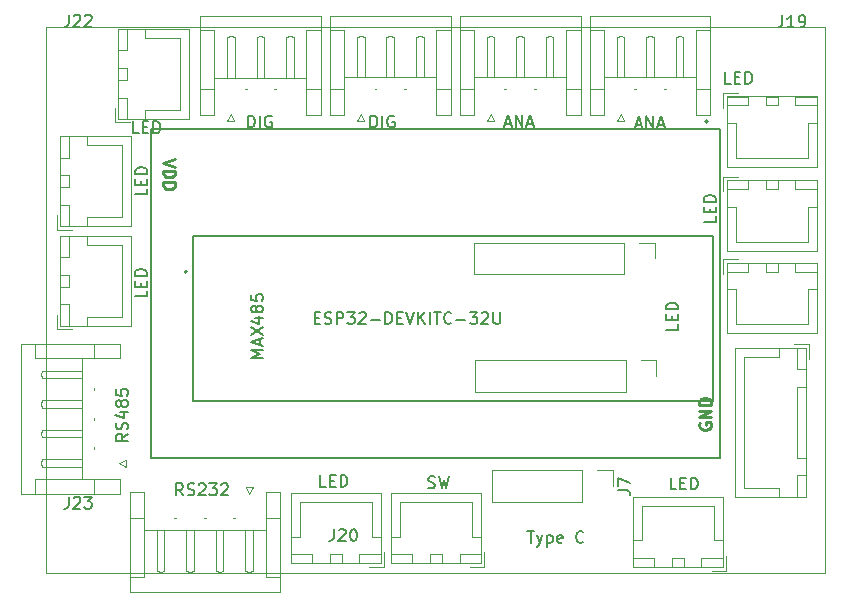
<source format=gto>
%TF.GenerationSoftware,KiCad,Pcbnew,8.0.4*%
%TF.CreationDate,2024-08-29T12:49:45+07:00*%
%TF.ProjectId,ESP32,45535033-322e-46b6-9963-61645f706362,rev?*%
%TF.SameCoordinates,Original*%
%TF.FileFunction,Legend,Top*%
%TF.FilePolarity,Positive*%
%FSLAX46Y46*%
G04 Gerber Fmt 4.6, Leading zero omitted, Abs format (unit mm)*
G04 Created by KiCad (PCBNEW 8.0.4) date 2024-08-29 12:49:45*
%MOMM*%
%LPD*%
G01*
G04 APERTURE LIST*
%ADD10C,0.100000*%
%ADD11C,0.250000*%
%ADD12C,0.150000*%
%ADD13C,0.120000*%
%ADD14C,0.127000*%
%ADD15C,0.200000*%
G04 APERTURE END LIST*
D10*
X34325000Y-61625000D02*
X34325000Y-107875000D01*
X100250000Y-61625000D02*
X100250000Y-107875000D01*
X34325000Y-107875000D02*
X100250000Y-107875000D01*
X34325000Y-61625000D02*
X100250000Y-61625000D01*
D11*
X89687238Y-95148622D02*
X89639619Y-95243860D01*
X89639619Y-95243860D02*
X89639619Y-95386717D01*
X89639619Y-95386717D02*
X89687238Y-95529574D01*
X89687238Y-95529574D02*
X89782476Y-95624812D01*
X89782476Y-95624812D02*
X89877714Y-95672431D01*
X89877714Y-95672431D02*
X90068190Y-95720050D01*
X90068190Y-95720050D02*
X90211047Y-95720050D01*
X90211047Y-95720050D02*
X90401523Y-95672431D01*
X90401523Y-95672431D02*
X90496761Y-95624812D01*
X90496761Y-95624812D02*
X90592000Y-95529574D01*
X90592000Y-95529574D02*
X90639619Y-95386717D01*
X90639619Y-95386717D02*
X90639619Y-95291479D01*
X90639619Y-95291479D02*
X90592000Y-95148622D01*
X90592000Y-95148622D02*
X90544380Y-95101003D01*
X90544380Y-95101003D02*
X90211047Y-95101003D01*
X90211047Y-95101003D02*
X90211047Y-95291479D01*
X90639619Y-94672431D02*
X89639619Y-94672431D01*
X89639619Y-94672431D02*
X90639619Y-94101003D01*
X90639619Y-94101003D02*
X89639619Y-94101003D01*
X90639619Y-93624812D02*
X89639619Y-93624812D01*
X89639619Y-93624812D02*
X89639619Y-93386717D01*
X89639619Y-93386717D02*
X89687238Y-93243860D01*
X89687238Y-93243860D02*
X89782476Y-93148622D01*
X89782476Y-93148622D02*
X89877714Y-93101003D01*
X89877714Y-93101003D02*
X90068190Y-93053384D01*
X90068190Y-93053384D02*
X90211047Y-93053384D01*
X90211047Y-93053384D02*
X90401523Y-93101003D01*
X90401523Y-93101003D02*
X90496761Y-93148622D01*
X90496761Y-93148622D02*
X90592000Y-93243860D01*
X90592000Y-93243860D02*
X90639619Y-93386717D01*
X90639619Y-93386717D02*
X90639619Y-93624812D01*
X45260380Y-72784711D02*
X44260380Y-73118044D01*
X44260380Y-73118044D02*
X45260380Y-73451377D01*
X44260380Y-73784711D02*
X45260380Y-73784711D01*
X45260380Y-73784711D02*
X45260380Y-74022806D01*
X45260380Y-74022806D02*
X45212761Y-74165663D01*
X45212761Y-74165663D02*
X45117523Y-74260901D01*
X45117523Y-74260901D02*
X45022285Y-74308520D01*
X45022285Y-74308520D02*
X44831809Y-74356139D01*
X44831809Y-74356139D02*
X44688952Y-74356139D01*
X44688952Y-74356139D02*
X44498476Y-74308520D01*
X44498476Y-74308520D02*
X44403238Y-74260901D01*
X44403238Y-74260901D02*
X44308000Y-74165663D01*
X44308000Y-74165663D02*
X44260380Y-74022806D01*
X44260380Y-74022806D02*
X44260380Y-73784711D01*
X44260380Y-74784711D02*
X45260380Y-74784711D01*
X45260380Y-74784711D02*
X45260380Y-75022806D01*
X45260380Y-75022806D02*
X45212761Y-75165663D01*
X45212761Y-75165663D02*
X45117523Y-75260901D01*
X45117523Y-75260901D02*
X45022285Y-75308520D01*
X45022285Y-75308520D02*
X44831809Y-75356139D01*
X44831809Y-75356139D02*
X44688952Y-75356139D01*
X44688952Y-75356139D02*
X44498476Y-75308520D01*
X44498476Y-75308520D02*
X44403238Y-75260901D01*
X44403238Y-75260901D02*
X44308000Y-75165663D01*
X44308000Y-75165663D02*
X44260380Y-75022806D01*
X44260380Y-75022806D02*
X44260380Y-74784711D01*
D12*
X82784819Y-100833333D02*
X83499104Y-100833333D01*
X83499104Y-100833333D02*
X83641961Y-100880952D01*
X83641961Y-100880952D02*
X83737200Y-100976190D01*
X83737200Y-100976190D02*
X83784819Y-101119047D01*
X83784819Y-101119047D02*
X83784819Y-101214285D01*
X82784819Y-100452380D02*
X82784819Y-99785714D01*
X82784819Y-99785714D02*
X83784819Y-100214285D01*
X75071428Y-104304819D02*
X75642856Y-104304819D01*
X75357142Y-105304819D02*
X75357142Y-104304819D01*
X75880952Y-104638152D02*
X76119047Y-105304819D01*
X76357142Y-104638152D02*
X76119047Y-105304819D01*
X76119047Y-105304819D02*
X76023809Y-105542914D01*
X76023809Y-105542914D02*
X75976190Y-105590533D01*
X75976190Y-105590533D02*
X75880952Y-105638152D01*
X76738095Y-104638152D02*
X76738095Y-105638152D01*
X76738095Y-104685771D02*
X76833333Y-104638152D01*
X76833333Y-104638152D02*
X77023809Y-104638152D01*
X77023809Y-104638152D02*
X77119047Y-104685771D01*
X77119047Y-104685771D02*
X77166666Y-104733390D01*
X77166666Y-104733390D02*
X77214285Y-104828628D01*
X77214285Y-104828628D02*
X77214285Y-105114342D01*
X77214285Y-105114342D02*
X77166666Y-105209580D01*
X77166666Y-105209580D02*
X77119047Y-105257200D01*
X77119047Y-105257200D02*
X77023809Y-105304819D01*
X77023809Y-105304819D02*
X76833333Y-105304819D01*
X76833333Y-105304819D02*
X76738095Y-105257200D01*
X78023809Y-105257200D02*
X77928571Y-105304819D01*
X77928571Y-105304819D02*
X77738095Y-105304819D01*
X77738095Y-105304819D02*
X77642857Y-105257200D01*
X77642857Y-105257200D02*
X77595238Y-105161961D01*
X77595238Y-105161961D02*
X77595238Y-104781009D01*
X77595238Y-104781009D02*
X77642857Y-104685771D01*
X77642857Y-104685771D02*
X77738095Y-104638152D01*
X77738095Y-104638152D02*
X77928571Y-104638152D01*
X77928571Y-104638152D02*
X78023809Y-104685771D01*
X78023809Y-104685771D02*
X78071428Y-104781009D01*
X78071428Y-104781009D02*
X78071428Y-104876247D01*
X78071428Y-104876247D02*
X77595238Y-104971485D01*
X79833333Y-105209580D02*
X79785714Y-105257200D01*
X79785714Y-105257200D02*
X79642857Y-105304819D01*
X79642857Y-105304819D02*
X79547619Y-105304819D01*
X79547619Y-105304819D02*
X79404762Y-105257200D01*
X79404762Y-105257200D02*
X79309524Y-105161961D01*
X79309524Y-105161961D02*
X79261905Y-105066723D01*
X79261905Y-105066723D02*
X79214286Y-104876247D01*
X79214286Y-104876247D02*
X79214286Y-104733390D01*
X79214286Y-104733390D02*
X79261905Y-104542914D01*
X79261905Y-104542914D02*
X79309524Y-104447676D01*
X79309524Y-104447676D02*
X79404762Y-104352438D01*
X79404762Y-104352438D02*
X79547619Y-104304819D01*
X79547619Y-104304819D02*
X79642857Y-104304819D01*
X79642857Y-104304819D02*
X79785714Y-104352438D01*
X79785714Y-104352438D02*
X79833333Y-104400057D01*
X66692857Y-100632200D02*
X66835714Y-100679819D01*
X66835714Y-100679819D02*
X67073809Y-100679819D01*
X67073809Y-100679819D02*
X67169047Y-100632200D01*
X67169047Y-100632200D02*
X67216666Y-100584580D01*
X67216666Y-100584580D02*
X67264285Y-100489342D01*
X67264285Y-100489342D02*
X67264285Y-100394104D01*
X67264285Y-100394104D02*
X67216666Y-100298866D01*
X67216666Y-100298866D02*
X67169047Y-100251247D01*
X67169047Y-100251247D02*
X67073809Y-100203628D01*
X67073809Y-100203628D02*
X66883333Y-100156009D01*
X66883333Y-100156009D02*
X66788095Y-100108390D01*
X66788095Y-100108390D02*
X66740476Y-100060771D01*
X66740476Y-100060771D02*
X66692857Y-99965533D01*
X66692857Y-99965533D02*
X66692857Y-99870295D01*
X66692857Y-99870295D02*
X66740476Y-99775057D01*
X66740476Y-99775057D02*
X66788095Y-99727438D01*
X66788095Y-99727438D02*
X66883333Y-99679819D01*
X66883333Y-99679819D02*
X67121428Y-99679819D01*
X67121428Y-99679819D02*
X67264285Y-99727438D01*
X67597619Y-99679819D02*
X67835714Y-100679819D01*
X67835714Y-100679819D02*
X68026190Y-99965533D01*
X68026190Y-99965533D02*
X68216666Y-100679819D01*
X68216666Y-100679819D02*
X68454762Y-99679819D01*
X73184524Y-69819104D02*
X73660714Y-69819104D01*
X73089286Y-70104819D02*
X73422619Y-69104819D01*
X73422619Y-69104819D02*
X73755952Y-70104819D01*
X74089286Y-70104819D02*
X74089286Y-69104819D01*
X74089286Y-69104819D02*
X74660714Y-70104819D01*
X74660714Y-70104819D02*
X74660714Y-69104819D01*
X75089286Y-69819104D02*
X75565476Y-69819104D01*
X74994048Y-70104819D02*
X75327381Y-69104819D01*
X75327381Y-69104819D02*
X75660714Y-70104819D01*
X61800000Y-70129819D02*
X61800000Y-69129819D01*
X61800000Y-69129819D02*
X62038095Y-69129819D01*
X62038095Y-69129819D02*
X62180952Y-69177438D01*
X62180952Y-69177438D02*
X62276190Y-69272676D01*
X62276190Y-69272676D02*
X62323809Y-69367914D01*
X62323809Y-69367914D02*
X62371428Y-69558390D01*
X62371428Y-69558390D02*
X62371428Y-69701247D01*
X62371428Y-69701247D02*
X62323809Y-69891723D01*
X62323809Y-69891723D02*
X62276190Y-69986961D01*
X62276190Y-69986961D02*
X62180952Y-70082200D01*
X62180952Y-70082200D02*
X62038095Y-70129819D01*
X62038095Y-70129819D02*
X61800000Y-70129819D01*
X62800000Y-70129819D02*
X62800000Y-69129819D01*
X63799999Y-69177438D02*
X63704761Y-69129819D01*
X63704761Y-69129819D02*
X63561904Y-69129819D01*
X63561904Y-69129819D02*
X63419047Y-69177438D01*
X63419047Y-69177438D02*
X63323809Y-69272676D01*
X63323809Y-69272676D02*
X63276190Y-69367914D01*
X63276190Y-69367914D02*
X63228571Y-69558390D01*
X63228571Y-69558390D02*
X63228571Y-69701247D01*
X63228571Y-69701247D02*
X63276190Y-69891723D01*
X63276190Y-69891723D02*
X63323809Y-69986961D01*
X63323809Y-69986961D02*
X63419047Y-70082200D01*
X63419047Y-70082200D02*
X63561904Y-70129819D01*
X63561904Y-70129819D02*
X63657142Y-70129819D01*
X63657142Y-70129819D02*
X63799999Y-70082200D01*
X63799999Y-70082200D02*
X63847618Y-70034580D01*
X63847618Y-70034580D02*
X63847618Y-69701247D01*
X63847618Y-69701247D02*
X63657142Y-69701247D01*
X42182142Y-70629819D02*
X41705952Y-70629819D01*
X41705952Y-70629819D02*
X41705952Y-69629819D01*
X42515476Y-70106009D02*
X42848809Y-70106009D01*
X42991666Y-70629819D02*
X42515476Y-70629819D01*
X42515476Y-70629819D02*
X42515476Y-69629819D01*
X42515476Y-69629819D02*
X42991666Y-69629819D01*
X43420238Y-70629819D02*
X43420238Y-69629819D01*
X43420238Y-69629819D02*
X43658333Y-69629819D01*
X43658333Y-69629819D02*
X43801190Y-69677438D01*
X43801190Y-69677438D02*
X43896428Y-69772676D01*
X43896428Y-69772676D02*
X43944047Y-69867914D01*
X43944047Y-69867914D02*
X43991666Y-70058390D01*
X43991666Y-70058390D02*
X43991666Y-70201247D01*
X43991666Y-70201247D02*
X43944047Y-70391723D01*
X43944047Y-70391723D02*
X43896428Y-70486961D01*
X43896428Y-70486961D02*
X43801190Y-70582200D01*
X43801190Y-70582200D02*
X43658333Y-70629819D01*
X43658333Y-70629819D02*
X43420238Y-70629819D01*
X87829819Y-86767857D02*
X87829819Y-87244047D01*
X87829819Y-87244047D02*
X86829819Y-87244047D01*
X87306009Y-86434523D02*
X87306009Y-86101190D01*
X87829819Y-85958333D02*
X87829819Y-86434523D01*
X87829819Y-86434523D02*
X86829819Y-86434523D01*
X86829819Y-86434523D02*
X86829819Y-85958333D01*
X87829819Y-85529761D02*
X86829819Y-85529761D01*
X86829819Y-85529761D02*
X86829819Y-85291666D01*
X86829819Y-85291666D02*
X86877438Y-85148809D01*
X86877438Y-85148809D02*
X86972676Y-85053571D01*
X86972676Y-85053571D02*
X87067914Y-85005952D01*
X87067914Y-85005952D02*
X87258390Y-84958333D01*
X87258390Y-84958333D02*
X87401247Y-84958333D01*
X87401247Y-84958333D02*
X87591723Y-85005952D01*
X87591723Y-85005952D02*
X87686961Y-85053571D01*
X87686961Y-85053571D02*
X87782200Y-85148809D01*
X87782200Y-85148809D02*
X87829819Y-85291666D01*
X87829819Y-85291666D02*
X87829819Y-85529761D01*
X36240476Y-101404819D02*
X36240476Y-102119104D01*
X36240476Y-102119104D02*
X36192857Y-102261961D01*
X36192857Y-102261961D02*
X36097619Y-102357200D01*
X36097619Y-102357200D02*
X35954762Y-102404819D01*
X35954762Y-102404819D02*
X35859524Y-102404819D01*
X36669048Y-101500057D02*
X36716667Y-101452438D01*
X36716667Y-101452438D02*
X36811905Y-101404819D01*
X36811905Y-101404819D02*
X37050000Y-101404819D01*
X37050000Y-101404819D02*
X37145238Y-101452438D01*
X37145238Y-101452438D02*
X37192857Y-101500057D01*
X37192857Y-101500057D02*
X37240476Y-101595295D01*
X37240476Y-101595295D02*
X37240476Y-101690533D01*
X37240476Y-101690533D02*
X37192857Y-101833390D01*
X37192857Y-101833390D02*
X36621429Y-102404819D01*
X36621429Y-102404819D02*
X37240476Y-102404819D01*
X37573810Y-101404819D02*
X38192857Y-101404819D01*
X38192857Y-101404819D02*
X37859524Y-101785771D01*
X37859524Y-101785771D02*
X38002381Y-101785771D01*
X38002381Y-101785771D02*
X38097619Y-101833390D01*
X38097619Y-101833390D02*
X38145238Y-101881009D01*
X38145238Y-101881009D02*
X38192857Y-101976247D01*
X38192857Y-101976247D02*
X38192857Y-102214342D01*
X38192857Y-102214342D02*
X38145238Y-102309580D01*
X38145238Y-102309580D02*
X38097619Y-102357200D01*
X38097619Y-102357200D02*
X38002381Y-102404819D01*
X38002381Y-102404819D02*
X37716667Y-102404819D01*
X37716667Y-102404819D02*
X37621429Y-102357200D01*
X37621429Y-102357200D02*
X37573810Y-102309580D01*
X58690476Y-104154819D02*
X58690476Y-104869104D01*
X58690476Y-104869104D02*
X58642857Y-105011961D01*
X58642857Y-105011961D02*
X58547619Y-105107200D01*
X58547619Y-105107200D02*
X58404762Y-105154819D01*
X58404762Y-105154819D02*
X58309524Y-105154819D01*
X59119048Y-104250057D02*
X59166667Y-104202438D01*
X59166667Y-104202438D02*
X59261905Y-104154819D01*
X59261905Y-104154819D02*
X59500000Y-104154819D01*
X59500000Y-104154819D02*
X59595238Y-104202438D01*
X59595238Y-104202438D02*
X59642857Y-104250057D01*
X59642857Y-104250057D02*
X59690476Y-104345295D01*
X59690476Y-104345295D02*
X59690476Y-104440533D01*
X59690476Y-104440533D02*
X59642857Y-104583390D01*
X59642857Y-104583390D02*
X59071429Y-105154819D01*
X59071429Y-105154819D02*
X59690476Y-105154819D01*
X60309524Y-104154819D02*
X60404762Y-104154819D01*
X60404762Y-104154819D02*
X60500000Y-104202438D01*
X60500000Y-104202438D02*
X60547619Y-104250057D01*
X60547619Y-104250057D02*
X60595238Y-104345295D01*
X60595238Y-104345295D02*
X60642857Y-104535771D01*
X60642857Y-104535771D02*
X60642857Y-104773866D01*
X60642857Y-104773866D02*
X60595238Y-104964342D01*
X60595238Y-104964342D02*
X60547619Y-105059580D01*
X60547619Y-105059580D02*
X60500000Y-105107200D01*
X60500000Y-105107200D02*
X60404762Y-105154819D01*
X60404762Y-105154819D02*
X60309524Y-105154819D01*
X60309524Y-105154819D02*
X60214286Y-105107200D01*
X60214286Y-105107200D02*
X60166667Y-105059580D01*
X60166667Y-105059580D02*
X60119048Y-104964342D01*
X60119048Y-104964342D02*
X60071429Y-104773866D01*
X60071429Y-104773866D02*
X60071429Y-104535771D01*
X60071429Y-104535771D02*
X60119048Y-104345295D01*
X60119048Y-104345295D02*
X60166667Y-104250057D01*
X60166667Y-104250057D02*
X60214286Y-104202438D01*
X60214286Y-104202438D02*
X60309524Y-104154819D01*
X58032142Y-100554819D02*
X57555952Y-100554819D01*
X57555952Y-100554819D02*
X57555952Y-99554819D01*
X58365476Y-100031009D02*
X58698809Y-100031009D01*
X58841666Y-100554819D02*
X58365476Y-100554819D01*
X58365476Y-100554819D02*
X58365476Y-99554819D01*
X58365476Y-99554819D02*
X58841666Y-99554819D01*
X59270238Y-100554819D02*
X59270238Y-99554819D01*
X59270238Y-99554819D02*
X59508333Y-99554819D01*
X59508333Y-99554819D02*
X59651190Y-99602438D01*
X59651190Y-99602438D02*
X59746428Y-99697676D01*
X59746428Y-99697676D02*
X59794047Y-99792914D01*
X59794047Y-99792914D02*
X59841666Y-99983390D01*
X59841666Y-99983390D02*
X59841666Y-100126247D01*
X59841666Y-100126247D02*
X59794047Y-100316723D01*
X59794047Y-100316723D02*
X59746428Y-100411961D01*
X59746428Y-100411961D02*
X59651190Y-100507200D01*
X59651190Y-100507200D02*
X59508333Y-100554819D01*
X59508333Y-100554819D02*
X59270238Y-100554819D01*
X91029819Y-77667857D02*
X91029819Y-78144047D01*
X91029819Y-78144047D02*
X90029819Y-78144047D01*
X90506009Y-77334523D02*
X90506009Y-77001190D01*
X91029819Y-76858333D02*
X91029819Y-77334523D01*
X91029819Y-77334523D02*
X90029819Y-77334523D01*
X90029819Y-77334523D02*
X90029819Y-76858333D01*
X91029819Y-76429761D02*
X90029819Y-76429761D01*
X90029819Y-76429761D02*
X90029819Y-76191666D01*
X90029819Y-76191666D02*
X90077438Y-76048809D01*
X90077438Y-76048809D02*
X90172676Y-75953571D01*
X90172676Y-75953571D02*
X90267914Y-75905952D01*
X90267914Y-75905952D02*
X90458390Y-75858333D01*
X90458390Y-75858333D02*
X90601247Y-75858333D01*
X90601247Y-75858333D02*
X90791723Y-75905952D01*
X90791723Y-75905952D02*
X90886961Y-75953571D01*
X90886961Y-75953571D02*
X90982200Y-76048809D01*
X90982200Y-76048809D02*
X91029819Y-76191666D01*
X91029819Y-76191666D02*
X91029819Y-76429761D01*
X51425000Y-70129819D02*
X51425000Y-69129819D01*
X51425000Y-69129819D02*
X51663095Y-69129819D01*
X51663095Y-69129819D02*
X51805952Y-69177438D01*
X51805952Y-69177438D02*
X51901190Y-69272676D01*
X51901190Y-69272676D02*
X51948809Y-69367914D01*
X51948809Y-69367914D02*
X51996428Y-69558390D01*
X51996428Y-69558390D02*
X51996428Y-69701247D01*
X51996428Y-69701247D02*
X51948809Y-69891723D01*
X51948809Y-69891723D02*
X51901190Y-69986961D01*
X51901190Y-69986961D02*
X51805952Y-70082200D01*
X51805952Y-70082200D02*
X51663095Y-70129819D01*
X51663095Y-70129819D02*
X51425000Y-70129819D01*
X52425000Y-70129819D02*
X52425000Y-69129819D01*
X53424999Y-69177438D02*
X53329761Y-69129819D01*
X53329761Y-69129819D02*
X53186904Y-69129819D01*
X53186904Y-69129819D02*
X53044047Y-69177438D01*
X53044047Y-69177438D02*
X52948809Y-69272676D01*
X52948809Y-69272676D02*
X52901190Y-69367914D01*
X52901190Y-69367914D02*
X52853571Y-69558390D01*
X52853571Y-69558390D02*
X52853571Y-69701247D01*
X52853571Y-69701247D02*
X52901190Y-69891723D01*
X52901190Y-69891723D02*
X52948809Y-69986961D01*
X52948809Y-69986961D02*
X53044047Y-70082200D01*
X53044047Y-70082200D02*
X53186904Y-70129819D01*
X53186904Y-70129819D02*
X53282142Y-70129819D01*
X53282142Y-70129819D02*
X53424999Y-70082200D01*
X53424999Y-70082200D02*
X53472618Y-70034580D01*
X53472618Y-70034580D02*
X53472618Y-69701247D01*
X53472618Y-69701247D02*
X53282142Y-69701247D01*
X92307142Y-66429819D02*
X91830952Y-66429819D01*
X91830952Y-66429819D02*
X91830952Y-65429819D01*
X92640476Y-65906009D02*
X92973809Y-65906009D01*
X93116666Y-66429819D02*
X92640476Y-66429819D01*
X92640476Y-66429819D02*
X92640476Y-65429819D01*
X92640476Y-65429819D02*
X93116666Y-65429819D01*
X93545238Y-66429819D02*
X93545238Y-65429819D01*
X93545238Y-65429819D02*
X93783333Y-65429819D01*
X93783333Y-65429819D02*
X93926190Y-65477438D01*
X93926190Y-65477438D02*
X94021428Y-65572676D01*
X94021428Y-65572676D02*
X94069047Y-65667914D01*
X94069047Y-65667914D02*
X94116666Y-65858390D01*
X94116666Y-65858390D02*
X94116666Y-66001247D01*
X94116666Y-66001247D02*
X94069047Y-66191723D01*
X94069047Y-66191723D02*
X94021428Y-66286961D01*
X94021428Y-66286961D02*
X93926190Y-66382200D01*
X93926190Y-66382200D02*
X93783333Y-66429819D01*
X93783333Y-66429819D02*
X93545238Y-66429819D01*
X42904819Y-75317857D02*
X42904819Y-75794047D01*
X42904819Y-75794047D02*
X41904819Y-75794047D01*
X42381009Y-74984523D02*
X42381009Y-74651190D01*
X42904819Y-74508333D02*
X42904819Y-74984523D01*
X42904819Y-74984523D02*
X41904819Y-74984523D01*
X41904819Y-74984523D02*
X41904819Y-74508333D01*
X42904819Y-74079761D02*
X41904819Y-74079761D01*
X41904819Y-74079761D02*
X41904819Y-73841666D01*
X41904819Y-73841666D02*
X41952438Y-73698809D01*
X41952438Y-73698809D02*
X42047676Y-73603571D01*
X42047676Y-73603571D02*
X42142914Y-73555952D01*
X42142914Y-73555952D02*
X42333390Y-73508333D01*
X42333390Y-73508333D02*
X42476247Y-73508333D01*
X42476247Y-73508333D02*
X42666723Y-73555952D01*
X42666723Y-73555952D02*
X42761961Y-73603571D01*
X42761961Y-73603571D02*
X42857200Y-73698809D01*
X42857200Y-73698809D02*
X42904819Y-73841666D01*
X42904819Y-73841666D02*
X42904819Y-74079761D01*
X87682142Y-100779819D02*
X87205952Y-100779819D01*
X87205952Y-100779819D02*
X87205952Y-99779819D01*
X88015476Y-100256009D02*
X88348809Y-100256009D01*
X88491666Y-100779819D02*
X88015476Y-100779819D01*
X88015476Y-100779819D02*
X88015476Y-99779819D01*
X88015476Y-99779819D02*
X88491666Y-99779819D01*
X88920238Y-100779819D02*
X88920238Y-99779819D01*
X88920238Y-99779819D02*
X89158333Y-99779819D01*
X89158333Y-99779819D02*
X89301190Y-99827438D01*
X89301190Y-99827438D02*
X89396428Y-99922676D01*
X89396428Y-99922676D02*
X89444047Y-100017914D01*
X89444047Y-100017914D02*
X89491666Y-100208390D01*
X89491666Y-100208390D02*
X89491666Y-100351247D01*
X89491666Y-100351247D02*
X89444047Y-100541723D01*
X89444047Y-100541723D02*
X89396428Y-100636961D01*
X89396428Y-100636961D02*
X89301190Y-100732200D01*
X89301190Y-100732200D02*
X89158333Y-100779819D01*
X89158333Y-100779819D02*
X88920238Y-100779819D01*
X57067857Y-86256009D02*
X57401190Y-86256009D01*
X57544047Y-86779819D02*
X57067857Y-86779819D01*
X57067857Y-86779819D02*
X57067857Y-85779819D01*
X57067857Y-85779819D02*
X57544047Y-85779819D01*
X57925000Y-86732200D02*
X58067857Y-86779819D01*
X58067857Y-86779819D02*
X58305952Y-86779819D01*
X58305952Y-86779819D02*
X58401190Y-86732200D01*
X58401190Y-86732200D02*
X58448809Y-86684580D01*
X58448809Y-86684580D02*
X58496428Y-86589342D01*
X58496428Y-86589342D02*
X58496428Y-86494104D01*
X58496428Y-86494104D02*
X58448809Y-86398866D01*
X58448809Y-86398866D02*
X58401190Y-86351247D01*
X58401190Y-86351247D02*
X58305952Y-86303628D01*
X58305952Y-86303628D02*
X58115476Y-86256009D01*
X58115476Y-86256009D02*
X58020238Y-86208390D01*
X58020238Y-86208390D02*
X57972619Y-86160771D01*
X57972619Y-86160771D02*
X57925000Y-86065533D01*
X57925000Y-86065533D02*
X57925000Y-85970295D01*
X57925000Y-85970295D02*
X57972619Y-85875057D01*
X57972619Y-85875057D02*
X58020238Y-85827438D01*
X58020238Y-85827438D02*
X58115476Y-85779819D01*
X58115476Y-85779819D02*
X58353571Y-85779819D01*
X58353571Y-85779819D02*
X58496428Y-85827438D01*
X58925000Y-86779819D02*
X58925000Y-85779819D01*
X58925000Y-85779819D02*
X59305952Y-85779819D01*
X59305952Y-85779819D02*
X59401190Y-85827438D01*
X59401190Y-85827438D02*
X59448809Y-85875057D01*
X59448809Y-85875057D02*
X59496428Y-85970295D01*
X59496428Y-85970295D02*
X59496428Y-86113152D01*
X59496428Y-86113152D02*
X59448809Y-86208390D01*
X59448809Y-86208390D02*
X59401190Y-86256009D01*
X59401190Y-86256009D02*
X59305952Y-86303628D01*
X59305952Y-86303628D02*
X58925000Y-86303628D01*
X59829762Y-85779819D02*
X60448809Y-85779819D01*
X60448809Y-85779819D02*
X60115476Y-86160771D01*
X60115476Y-86160771D02*
X60258333Y-86160771D01*
X60258333Y-86160771D02*
X60353571Y-86208390D01*
X60353571Y-86208390D02*
X60401190Y-86256009D01*
X60401190Y-86256009D02*
X60448809Y-86351247D01*
X60448809Y-86351247D02*
X60448809Y-86589342D01*
X60448809Y-86589342D02*
X60401190Y-86684580D01*
X60401190Y-86684580D02*
X60353571Y-86732200D01*
X60353571Y-86732200D02*
X60258333Y-86779819D01*
X60258333Y-86779819D02*
X59972619Y-86779819D01*
X59972619Y-86779819D02*
X59877381Y-86732200D01*
X59877381Y-86732200D02*
X59829762Y-86684580D01*
X60829762Y-85875057D02*
X60877381Y-85827438D01*
X60877381Y-85827438D02*
X60972619Y-85779819D01*
X60972619Y-85779819D02*
X61210714Y-85779819D01*
X61210714Y-85779819D02*
X61305952Y-85827438D01*
X61305952Y-85827438D02*
X61353571Y-85875057D01*
X61353571Y-85875057D02*
X61401190Y-85970295D01*
X61401190Y-85970295D02*
X61401190Y-86065533D01*
X61401190Y-86065533D02*
X61353571Y-86208390D01*
X61353571Y-86208390D02*
X60782143Y-86779819D01*
X60782143Y-86779819D02*
X61401190Y-86779819D01*
X61829762Y-86398866D02*
X62591667Y-86398866D01*
X63067857Y-86779819D02*
X63067857Y-85779819D01*
X63067857Y-85779819D02*
X63305952Y-85779819D01*
X63305952Y-85779819D02*
X63448809Y-85827438D01*
X63448809Y-85827438D02*
X63544047Y-85922676D01*
X63544047Y-85922676D02*
X63591666Y-86017914D01*
X63591666Y-86017914D02*
X63639285Y-86208390D01*
X63639285Y-86208390D02*
X63639285Y-86351247D01*
X63639285Y-86351247D02*
X63591666Y-86541723D01*
X63591666Y-86541723D02*
X63544047Y-86636961D01*
X63544047Y-86636961D02*
X63448809Y-86732200D01*
X63448809Y-86732200D02*
X63305952Y-86779819D01*
X63305952Y-86779819D02*
X63067857Y-86779819D01*
X64067857Y-86256009D02*
X64401190Y-86256009D01*
X64544047Y-86779819D02*
X64067857Y-86779819D01*
X64067857Y-86779819D02*
X64067857Y-85779819D01*
X64067857Y-85779819D02*
X64544047Y-85779819D01*
X64829762Y-85779819D02*
X65163095Y-86779819D01*
X65163095Y-86779819D02*
X65496428Y-85779819D01*
X65829762Y-86779819D02*
X65829762Y-85779819D01*
X66401190Y-86779819D02*
X65972619Y-86208390D01*
X66401190Y-85779819D02*
X65829762Y-86351247D01*
X66829762Y-86779819D02*
X66829762Y-85779819D01*
X67163095Y-85779819D02*
X67734523Y-85779819D01*
X67448809Y-86779819D02*
X67448809Y-85779819D01*
X68639285Y-86684580D02*
X68591666Y-86732200D01*
X68591666Y-86732200D02*
X68448809Y-86779819D01*
X68448809Y-86779819D02*
X68353571Y-86779819D01*
X68353571Y-86779819D02*
X68210714Y-86732200D01*
X68210714Y-86732200D02*
X68115476Y-86636961D01*
X68115476Y-86636961D02*
X68067857Y-86541723D01*
X68067857Y-86541723D02*
X68020238Y-86351247D01*
X68020238Y-86351247D02*
X68020238Y-86208390D01*
X68020238Y-86208390D02*
X68067857Y-86017914D01*
X68067857Y-86017914D02*
X68115476Y-85922676D01*
X68115476Y-85922676D02*
X68210714Y-85827438D01*
X68210714Y-85827438D02*
X68353571Y-85779819D01*
X68353571Y-85779819D02*
X68448809Y-85779819D01*
X68448809Y-85779819D02*
X68591666Y-85827438D01*
X68591666Y-85827438D02*
X68639285Y-85875057D01*
X69067857Y-86398866D02*
X69829762Y-86398866D01*
X70210714Y-85779819D02*
X70829761Y-85779819D01*
X70829761Y-85779819D02*
X70496428Y-86160771D01*
X70496428Y-86160771D02*
X70639285Y-86160771D01*
X70639285Y-86160771D02*
X70734523Y-86208390D01*
X70734523Y-86208390D02*
X70782142Y-86256009D01*
X70782142Y-86256009D02*
X70829761Y-86351247D01*
X70829761Y-86351247D02*
X70829761Y-86589342D01*
X70829761Y-86589342D02*
X70782142Y-86684580D01*
X70782142Y-86684580D02*
X70734523Y-86732200D01*
X70734523Y-86732200D02*
X70639285Y-86779819D01*
X70639285Y-86779819D02*
X70353571Y-86779819D01*
X70353571Y-86779819D02*
X70258333Y-86732200D01*
X70258333Y-86732200D02*
X70210714Y-86684580D01*
X71210714Y-85875057D02*
X71258333Y-85827438D01*
X71258333Y-85827438D02*
X71353571Y-85779819D01*
X71353571Y-85779819D02*
X71591666Y-85779819D01*
X71591666Y-85779819D02*
X71686904Y-85827438D01*
X71686904Y-85827438D02*
X71734523Y-85875057D01*
X71734523Y-85875057D02*
X71782142Y-85970295D01*
X71782142Y-85970295D02*
X71782142Y-86065533D01*
X71782142Y-86065533D02*
X71734523Y-86208390D01*
X71734523Y-86208390D02*
X71163095Y-86779819D01*
X71163095Y-86779819D02*
X71782142Y-86779819D01*
X72210714Y-85779819D02*
X72210714Y-86589342D01*
X72210714Y-86589342D02*
X72258333Y-86684580D01*
X72258333Y-86684580D02*
X72305952Y-86732200D01*
X72305952Y-86732200D02*
X72401190Y-86779819D01*
X72401190Y-86779819D02*
X72591666Y-86779819D01*
X72591666Y-86779819D02*
X72686904Y-86732200D01*
X72686904Y-86732200D02*
X72734523Y-86684580D01*
X72734523Y-86684580D02*
X72782142Y-86589342D01*
X72782142Y-86589342D02*
X72782142Y-85779819D01*
X45929761Y-101279819D02*
X45596428Y-100803628D01*
X45358333Y-101279819D02*
X45358333Y-100279819D01*
X45358333Y-100279819D02*
X45739285Y-100279819D01*
X45739285Y-100279819D02*
X45834523Y-100327438D01*
X45834523Y-100327438D02*
X45882142Y-100375057D01*
X45882142Y-100375057D02*
X45929761Y-100470295D01*
X45929761Y-100470295D02*
X45929761Y-100613152D01*
X45929761Y-100613152D02*
X45882142Y-100708390D01*
X45882142Y-100708390D02*
X45834523Y-100756009D01*
X45834523Y-100756009D02*
X45739285Y-100803628D01*
X45739285Y-100803628D02*
X45358333Y-100803628D01*
X46310714Y-101232200D02*
X46453571Y-101279819D01*
X46453571Y-101279819D02*
X46691666Y-101279819D01*
X46691666Y-101279819D02*
X46786904Y-101232200D01*
X46786904Y-101232200D02*
X46834523Y-101184580D01*
X46834523Y-101184580D02*
X46882142Y-101089342D01*
X46882142Y-101089342D02*
X46882142Y-100994104D01*
X46882142Y-100994104D02*
X46834523Y-100898866D01*
X46834523Y-100898866D02*
X46786904Y-100851247D01*
X46786904Y-100851247D02*
X46691666Y-100803628D01*
X46691666Y-100803628D02*
X46501190Y-100756009D01*
X46501190Y-100756009D02*
X46405952Y-100708390D01*
X46405952Y-100708390D02*
X46358333Y-100660771D01*
X46358333Y-100660771D02*
X46310714Y-100565533D01*
X46310714Y-100565533D02*
X46310714Y-100470295D01*
X46310714Y-100470295D02*
X46358333Y-100375057D01*
X46358333Y-100375057D02*
X46405952Y-100327438D01*
X46405952Y-100327438D02*
X46501190Y-100279819D01*
X46501190Y-100279819D02*
X46739285Y-100279819D01*
X46739285Y-100279819D02*
X46882142Y-100327438D01*
X47263095Y-100375057D02*
X47310714Y-100327438D01*
X47310714Y-100327438D02*
X47405952Y-100279819D01*
X47405952Y-100279819D02*
X47644047Y-100279819D01*
X47644047Y-100279819D02*
X47739285Y-100327438D01*
X47739285Y-100327438D02*
X47786904Y-100375057D01*
X47786904Y-100375057D02*
X47834523Y-100470295D01*
X47834523Y-100470295D02*
X47834523Y-100565533D01*
X47834523Y-100565533D02*
X47786904Y-100708390D01*
X47786904Y-100708390D02*
X47215476Y-101279819D01*
X47215476Y-101279819D02*
X47834523Y-101279819D01*
X48167857Y-100279819D02*
X48786904Y-100279819D01*
X48786904Y-100279819D02*
X48453571Y-100660771D01*
X48453571Y-100660771D02*
X48596428Y-100660771D01*
X48596428Y-100660771D02*
X48691666Y-100708390D01*
X48691666Y-100708390D02*
X48739285Y-100756009D01*
X48739285Y-100756009D02*
X48786904Y-100851247D01*
X48786904Y-100851247D02*
X48786904Y-101089342D01*
X48786904Y-101089342D02*
X48739285Y-101184580D01*
X48739285Y-101184580D02*
X48691666Y-101232200D01*
X48691666Y-101232200D02*
X48596428Y-101279819D01*
X48596428Y-101279819D02*
X48310714Y-101279819D01*
X48310714Y-101279819D02*
X48215476Y-101232200D01*
X48215476Y-101232200D02*
X48167857Y-101184580D01*
X49167857Y-100375057D02*
X49215476Y-100327438D01*
X49215476Y-100327438D02*
X49310714Y-100279819D01*
X49310714Y-100279819D02*
X49548809Y-100279819D01*
X49548809Y-100279819D02*
X49644047Y-100327438D01*
X49644047Y-100327438D02*
X49691666Y-100375057D01*
X49691666Y-100375057D02*
X49739285Y-100470295D01*
X49739285Y-100470295D02*
X49739285Y-100565533D01*
X49739285Y-100565533D02*
X49691666Y-100708390D01*
X49691666Y-100708390D02*
X49120238Y-101279819D01*
X49120238Y-101279819D02*
X49739285Y-101279819D01*
X41254819Y-96070238D02*
X40778628Y-96403571D01*
X41254819Y-96641666D02*
X40254819Y-96641666D01*
X40254819Y-96641666D02*
X40254819Y-96260714D01*
X40254819Y-96260714D02*
X40302438Y-96165476D01*
X40302438Y-96165476D02*
X40350057Y-96117857D01*
X40350057Y-96117857D02*
X40445295Y-96070238D01*
X40445295Y-96070238D02*
X40588152Y-96070238D01*
X40588152Y-96070238D02*
X40683390Y-96117857D01*
X40683390Y-96117857D02*
X40731009Y-96165476D01*
X40731009Y-96165476D02*
X40778628Y-96260714D01*
X40778628Y-96260714D02*
X40778628Y-96641666D01*
X41207200Y-95689285D02*
X41254819Y-95546428D01*
X41254819Y-95546428D02*
X41254819Y-95308333D01*
X41254819Y-95308333D02*
X41207200Y-95213095D01*
X41207200Y-95213095D02*
X41159580Y-95165476D01*
X41159580Y-95165476D02*
X41064342Y-95117857D01*
X41064342Y-95117857D02*
X40969104Y-95117857D01*
X40969104Y-95117857D02*
X40873866Y-95165476D01*
X40873866Y-95165476D02*
X40826247Y-95213095D01*
X40826247Y-95213095D02*
X40778628Y-95308333D01*
X40778628Y-95308333D02*
X40731009Y-95498809D01*
X40731009Y-95498809D02*
X40683390Y-95594047D01*
X40683390Y-95594047D02*
X40635771Y-95641666D01*
X40635771Y-95641666D02*
X40540533Y-95689285D01*
X40540533Y-95689285D02*
X40445295Y-95689285D01*
X40445295Y-95689285D02*
X40350057Y-95641666D01*
X40350057Y-95641666D02*
X40302438Y-95594047D01*
X40302438Y-95594047D02*
X40254819Y-95498809D01*
X40254819Y-95498809D02*
X40254819Y-95260714D01*
X40254819Y-95260714D02*
X40302438Y-95117857D01*
X40588152Y-94260714D02*
X41254819Y-94260714D01*
X40207200Y-94498809D02*
X40921485Y-94736904D01*
X40921485Y-94736904D02*
X40921485Y-94117857D01*
X40683390Y-93594047D02*
X40635771Y-93689285D01*
X40635771Y-93689285D02*
X40588152Y-93736904D01*
X40588152Y-93736904D02*
X40492914Y-93784523D01*
X40492914Y-93784523D02*
X40445295Y-93784523D01*
X40445295Y-93784523D02*
X40350057Y-93736904D01*
X40350057Y-93736904D02*
X40302438Y-93689285D01*
X40302438Y-93689285D02*
X40254819Y-93594047D01*
X40254819Y-93594047D02*
X40254819Y-93403571D01*
X40254819Y-93403571D02*
X40302438Y-93308333D01*
X40302438Y-93308333D02*
X40350057Y-93260714D01*
X40350057Y-93260714D02*
X40445295Y-93213095D01*
X40445295Y-93213095D02*
X40492914Y-93213095D01*
X40492914Y-93213095D02*
X40588152Y-93260714D01*
X40588152Y-93260714D02*
X40635771Y-93308333D01*
X40635771Y-93308333D02*
X40683390Y-93403571D01*
X40683390Y-93403571D02*
X40683390Y-93594047D01*
X40683390Y-93594047D02*
X40731009Y-93689285D01*
X40731009Y-93689285D02*
X40778628Y-93736904D01*
X40778628Y-93736904D02*
X40873866Y-93784523D01*
X40873866Y-93784523D02*
X41064342Y-93784523D01*
X41064342Y-93784523D02*
X41159580Y-93736904D01*
X41159580Y-93736904D02*
X41207200Y-93689285D01*
X41207200Y-93689285D02*
X41254819Y-93594047D01*
X41254819Y-93594047D02*
X41254819Y-93403571D01*
X41254819Y-93403571D02*
X41207200Y-93308333D01*
X41207200Y-93308333D02*
X41159580Y-93260714D01*
X41159580Y-93260714D02*
X41064342Y-93213095D01*
X41064342Y-93213095D02*
X40873866Y-93213095D01*
X40873866Y-93213095D02*
X40778628Y-93260714D01*
X40778628Y-93260714D02*
X40731009Y-93308333D01*
X40731009Y-93308333D02*
X40683390Y-93403571D01*
X40254819Y-92308333D02*
X40254819Y-92784523D01*
X40254819Y-92784523D02*
X40731009Y-92832142D01*
X40731009Y-92832142D02*
X40683390Y-92784523D01*
X40683390Y-92784523D02*
X40635771Y-92689285D01*
X40635771Y-92689285D02*
X40635771Y-92451190D01*
X40635771Y-92451190D02*
X40683390Y-92355952D01*
X40683390Y-92355952D02*
X40731009Y-92308333D01*
X40731009Y-92308333D02*
X40826247Y-92260714D01*
X40826247Y-92260714D02*
X41064342Y-92260714D01*
X41064342Y-92260714D02*
X41159580Y-92308333D01*
X41159580Y-92308333D02*
X41207200Y-92355952D01*
X41207200Y-92355952D02*
X41254819Y-92451190D01*
X41254819Y-92451190D02*
X41254819Y-92689285D01*
X41254819Y-92689285D02*
X41207200Y-92784523D01*
X41207200Y-92784523D02*
X41159580Y-92832142D01*
X42854819Y-83942857D02*
X42854819Y-84419047D01*
X42854819Y-84419047D02*
X41854819Y-84419047D01*
X42331009Y-83609523D02*
X42331009Y-83276190D01*
X42854819Y-83133333D02*
X42854819Y-83609523D01*
X42854819Y-83609523D02*
X41854819Y-83609523D01*
X41854819Y-83609523D02*
X41854819Y-83133333D01*
X42854819Y-82704761D02*
X41854819Y-82704761D01*
X41854819Y-82704761D02*
X41854819Y-82466666D01*
X41854819Y-82466666D02*
X41902438Y-82323809D01*
X41902438Y-82323809D02*
X41997676Y-82228571D01*
X41997676Y-82228571D02*
X42092914Y-82180952D01*
X42092914Y-82180952D02*
X42283390Y-82133333D01*
X42283390Y-82133333D02*
X42426247Y-82133333D01*
X42426247Y-82133333D02*
X42616723Y-82180952D01*
X42616723Y-82180952D02*
X42711961Y-82228571D01*
X42711961Y-82228571D02*
X42807200Y-82323809D01*
X42807200Y-82323809D02*
X42854819Y-82466666D01*
X42854819Y-82466666D02*
X42854819Y-82704761D01*
X52704819Y-89641666D02*
X51704819Y-89641666D01*
X51704819Y-89641666D02*
X52419104Y-89308333D01*
X52419104Y-89308333D02*
X51704819Y-88975000D01*
X51704819Y-88975000D02*
X52704819Y-88975000D01*
X52419104Y-88546428D02*
X52419104Y-88070238D01*
X52704819Y-88641666D02*
X51704819Y-88308333D01*
X51704819Y-88308333D02*
X52704819Y-87975000D01*
X51704819Y-87736904D02*
X52704819Y-87070238D01*
X51704819Y-87070238D02*
X52704819Y-87736904D01*
X52038152Y-86260714D02*
X52704819Y-86260714D01*
X51657200Y-86498809D02*
X52371485Y-86736904D01*
X52371485Y-86736904D02*
X52371485Y-86117857D01*
X52133390Y-85594047D02*
X52085771Y-85689285D01*
X52085771Y-85689285D02*
X52038152Y-85736904D01*
X52038152Y-85736904D02*
X51942914Y-85784523D01*
X51942914Y-85784523D02*
X51895295Y-85784523D01*
X51895295Y-85784523D02*
X51800057Y-85736904D01*
X51800057Y-85736904D02*
X51752438Y-85689285D01*
X51752438Y-85689285D02*
X51704819Y-85594047D01*
X51704819Y-85594047D02*
X51704819Y-85403571D01*
X51704819Y-85403571D02*
X51752438Y-85308333D01*
X51752438Y-85308333D02*
X51800057Y-85260714D01*
X51800057Y-85260714D02*
X51895295Y-85213095D01*
X51895295Y-85213095D02*
X51942914Y-85213095D01*
X51942914Y-85213095D02*
X52038152Y-85260714D01*
X52038152Y-85260714D02*
X52085771Y-85308333D01*
X52085771Y-85308333D02*
X52133390Y-85403571D01*
X52133390Y-85403571D02*
X52133390Y-85594047D01*
X52133390Y-85594047D02*
X52181009Y-85689285D01*
X52181009Y-85689285D02*
X52228628Y-85736904D01*
X52228628Y-85736904D02*
X52323866Y-85784523D01*
X52323866Y-85784523D02*
X52514342Y-85784523D01*
X52514342Y-85784523D02*
X52609580Y-85736904D01*
X52609580Y-85736904D02*
X52657200Y-85689285D01*
X52657200Y-85689285D02*
X52704819Y-85594047D01*
X52704819Y-85594047D02*
X52704819Y-85403571D01*
X52704819Y-85403571D02*
X52657200Y-85308333D01*
X52657200Y-85308333D02*
X52609580Y-85260714D01*
X52609580Y-85260714D02*
X52514342Y-85213095D01*
X52514342Y-85213095D02*
X52323866Y-85213095D01*
X52323866Y-85213095D02*
X52228628Y-85260714D01*
X52228628Y-85260714D02*
X52181009Y-85308333D01*
X52181009Y-85308333D02*
X52133390Y-85403571D01*
X51704819Y-84308333D02*
X51704819Y-84784523D01*
X51704819Y-84784523D02*
X52181009Y-84832142D01*
X52181009Y-84832142D02*
X52133390Y-84784523D01*
X52133390Y-84784523D02*
X52085771Y-84689285D01*
X52085771Y-84689285D02*
X52085771Y-84451190D01*
X52085771Y-84451190D02*
X52133390Y-84355952D01*
X52133390Y-84355952D02*
X52181009Y-84308333D01*
X52181009Y-84308333D02*
X52276247Y-84260714D01*
X52276247Y-84260714D02*
X52514342Y-84260714D01*
X52514342Y-84260714D02*
X52609580Y-84308333D01*
X52609580Y-84308333D02*
X52657200Y-84355952D01*
X52657200Y-84355952D02*
X52704819Y-84451190D01*
X52704819Y-84451190D02*
X52704819Y-84689285D01*
X52704819Y-84689285D02*
X52657200Y-84784523D01*
X52657200Y-84784523D02*
X52609580Y-84832142D01*
X84259524Y-69894104D02*
X84735714Y-69894104D01*
X84164286Y-70179819D02*
X84497619Y-69179819D01*
X84497619Y-69179819D02*
X84830952Y-70179819D01*
X85164286Y-70179819D02*
X85164286Y-69179819D01*
X85164286Y-69179819D02*
X85735714Y-70179819D01*
X85735714Y-70179819D02*
X85735714Y-69179819D01*
X86164286Y-69894104D02*
X86640476Y-69894104D01*
X86069048Y-70179819D02*
X86402381Y-69179819D01*
X86402381Y-69179819D02*
X86735714Y-70179819D01*
X96665476Y-60629819D02*
X96665476Y-61344104D01*
X96665476Y-61344104D02*
X96617857Y-61486961D01*
X96617857Y-61486961D02*
X96522619Y-61582200D01*
X96522619Y-61582200D02*
X96379762Y-61629819D01*
X96379762Y-61629819D02*
X96284524Y-61629819D01*
X97665476Y-61629819D02*
X97094048Y-61629819D01*
X97379762Y-61629819D02*
X97379762Y-60629819D01*
X97379762Y-60629819D02*
X97284524Y-60772676D01*
X97284524Y-60772676D02*
X97189286Y-60867914D01*
X97189286Y-60867914D02*
X97094048Y-60915533D01*
X98141667Y-61629819D02*
X98332143Y-61629819D01*
X98332143Y-61629819D02*
X98427381Y-61582200D01*
X98427381Y-61582200D02*
X98475000Y-61534580D01*
X98475000Y-61534580D02*
X98570238Y-61391723D01*
X98570238Y-61391723D02*
X98617857Y-61201247D01*
X98617857Y-61201247D02*
X98617857Y-60820295D01*
X98617857Y-60820295D02*
X98570238Y-60725057D01*
X98570238Y-60725057D02*
X98522619Y-60677438D01*
X98522619Y-60677438D02*
X98427381Y-60629819D01*
X98427381Y-60629819D02*
X98236905Y-60629819D01*
X98236905Y-60629819D02*
X98141667Y-60677438D01*
X98141667Y-60677438D02*
X98094048Y-60725057D01*
X98094048Y-60725057D02*
X98046429Y-60820295D01*
X98046429Y-60820295D02*
X98046429Y-61058390D01*
X98046429Y-61058390D02*
X98094048Y-61153628D01*
X98094048Y-61153628D02*
X98141667Y-61201247D01*
X98141667Y-61201247D02*
X98236905Y-61248866D01*
X98236905Y-61248866D02*
X98427381Y-61248866D01*
X98427381Y-61248866D02*
X98522619Y-61201247D01*
X98522619Y-61201247D02*
X98570238Y-61153628D01*
X98570238Y-61153628D02*
X98617857Y-61058390D01*
X36240476Y-60604819D02*
X36240476Y-61319104D01*
X36240476Y-61319104D02*
X36192857Y-61461961D01*
X36192857Y-61461961D02*
X36097619Y-61557200D01*
X36097619Y-61557200D02*
X35954762Y-61604819D01*
X35954762Y-61604819D02*
X35859524Y-61604819D01*
X36669048Y-60700057D02*
X36716667Y-60652438D01*
X36716667Y-60652438D02*
X36811905Y-60604819D01*
X36811905Y-60604819D02*
X37050000Y-60604819D01*
X37050000Y-60604819D02*
X37145238Y-60652438D01*
X37145238Y-60652438D02*
X37192857Y-60700057D01*
X37192857Y-60700057D02*
X37240476Y-60795295D01*
X37240476Y-60795295D02*
X37240476Y-60890533D01*
X37240476Y-60890533D02*
X37192857Y-61033390D01*
X37192857Y-61033390D02*
X36621429Y-61604819D01*
X36621429Y-61604819D02*
X37240476Y-61604819D01*
X37621429Y-60700057D02*
X37669048Y-60652438D01*
X37669048Y-60652438D02*
X37764286Y-60604819D01*
X37764286Y-60604819D02*
X38002381Y-60604819D01*
X38002381Y-60604819D02*
X38097619Y-60652438D01*
X38097619Y-60652438D02*
X38145238Y-60700057D01*
X38145238Y-60700057D02*
X38192857Y-60795295D01*
X38192857Y-60795295D02*
X38192857Y-60890533D01*
X38192857Y-60890533D02*
X38145238Y-61033390D01*
X38145238Y-61033390D02*
X37573810Y-61604819D01*
X37573810Y-61604819D02*
X38192857Y-61604819D01*
D13*
%TO.C,J7*%
X72050000Y-99170000D02*
X72050000Y-101830000D01*
X79730000Y-99170000D02*
X72050000Y-99170000D01*
X79730000Y-99170000D02*
X79730000Y-101830000D01*
X79730000Y-101830000D02*
X72050000Y-101830000D01*
X81000000Y-99170000D02*
X82330000Y-99170000D01*
X82330000Y-99170000D02*
X82330000Y-100500000D01*
%TO.C,J17*%
X63540000Y-101065000D02*
X63540000Y-107035000D01*
X63540000Y-107035000D02*
X71160000Y-107035000D01*
X63550000Y-104775000D02*
X64300000Y-104775000D01*
X63550000Y-106275000D02*
X63550000Y-107025000D01*
X63550000Y-107025000D02*
X65350000Y-107025000D01*
X64300000Y-101825000D02*
X67350000Y-101825000D01*
X64300000Y-104775000D02*
X64300000Y-101825000D01*
X65350000Y-106275000D02*
X63550000Y-106275000D01*
X65350000Y-107025000D02*
X65350000Y-106275000D01*
X66850000Y-106275000D02*
X66850000Y-107025000D01*
X66850000Y-107025000D02*
X67850000Y-107025000D01*
X67850000Y-106275000D02*
X66850000Y-106275000D01*
X67850000Y-107025000D02*
X67850000Y-106275000D01*
X69350000Y-106275000D02*
X69350000Y-107025000D01*
X69350000Y-107025000D02*
X71150000Y-107025000D01*
X70200000Y-107325000D02*
X71450000Y-107325000D01*
X70400000Y-101825000D02*
X67350000Y-101825000D01*
X70400000Y-104775000D02*
X70400000Y-101825000D01*
X71150000Y-104775000D02*
X70400000Y-104775000D01*
X71150000Y-106275000D02*
X69350000Y-106275000D01*
X71150000Y-107025000D02*
X71150000Y-106275000D01*
X71160000Y-101065000D02*
X63540000Y-101065000D01*
X71160000Y-107035000D02*
X71160000Y-101065000D01*
X71450000Y-107325000D02*
X71450000Y-106075000D01*
%TO.C,J2*%
X69365000Y-60672500D02*
X79585000Y-60672500D01*
X69365000Y-61892500D02*
X70585000Y-61892500D01*
X69365000Y-69092500D02*
X69365000Y-60672500D01*
X70585000Y-61892500D02*
X70585000Y-66892500D01*
X70585000Y-65892500D02*
X78365000Y-65892500D01*
X70585000Y-66892500D02*
X69365000Y-66892500D01*
X70585000Y-66892500D02*
X70585000Y-69092500D01*
X70585000Y-69092500D02*
X69365000Y-69092500D01*
X71655000Y-62472500D02*
X71975000Y-62392500D01*
X71655000Y-65892500D02*
X71655000Y-62472500D01*
X71675000Y-69582500D02*
X72275000Y-69582500D01*
X71975000Y-62392500D02*
X72295000Y-62472500D01*
X71975000Y-65892500D02*
X71655000Y-65892500D01*
X71975000Y-68982500D02*
X71675000Y-69582500D01*
X72275000Y-69582500D02*
X71975000Y-68982500D01*
X72295000Y-62472500D02*
X72295000Y-65892500D01*
X72295000Y-65892500D02*
X71975000Y-65892500D01*
X73145000Y-66892500D02*
X73305000Y-66892500D01*
X74155000Y-62472500D02*
X74475000Y-62392500D01*
X74155000Y-65892500D02*
X74155000Y-62472500D01*
X74475000Y-62392500D02*
X74795000Y-62472500D01*
X74475000Y-65892500D02*
X74155000Y-65892500D01*
X74795000Y-62472500D02*
X74795000Y-65892500D01*
X74795000Y-65892500D02*
X74475000Y-65892500D01*
X75645000Y-66892500D02*
X75805000Y-66892500D01*
X76655000Y-62472500D02*
X76975000Y-62392500D01*
X76655000Y-65892500D02*
X76655000Y-62472500D01*
X76975000Y-62392500D02*
X77295000Y-62472500D01*
X76975000Y-65892500D02*
X76655000Y-65892500D01*
X77295000Y-62472500D02*
X77295000Y-65892500D01*
X77295000Y-65892500D02*
X76975000Y-65892500D01*
X78365000Y-61892500D02*
X78365000Y-66892500D01*
X78365000Y-66892500D02*
X79585000Y-66892500D01*
X78365000Y-69092500D02*
X78365000Y-66892500D01*
X79585000Y-60672500D02*
X79585000Y-69092500D01*
X79585000Y-61892500D02*
X78365000Y-61892500D01*
X79585000Y-69092500D02*
X78365000Y-69092500D01*
%TO.C,J3*%
X58365000Y-60672500D02*
X68585000Y-60672500D01*
X58365000Y-61892500D02*
X59585000Y-61892500D01*
X58365000Y-69092500D02*
X58365000Y-60672500D01*
X59585000Y-61892500D02*
X59585000Y-66892500D01*
X59585000Y-65892500D02*
X67365000Y-65892500D01*
X59585000Y-66892500D02*
X58365000Y-66892500D01*
X59585000Y-66892500D02*
X59585000Y-69092500D01*
X59585000Y-69092500D02*
X58365000Y-69092500D01*
X60655000Y-62472500D02*
X60975000Y-62392500D01*
X60655000Y-65892500D02*
X60655000Y-62472500D01*
X60675000Y-69582500D02*
X61275000Y-69582500D01*
X60975000Y-62392500D02*
X61295000Y-62472500D01*
X60975000Y-65892500D02*
X60655000Y-65892500D01*
X60975000Y-68982500D02*
X60675000Y-69582500D01*
X61275000Y-69582500D02*
X60975000Y-68982500D01*
X61295000Y-62472500D02*
X61295000Y-65892500D01*
X61295000Y-65892500D02*
X60975000Y-65892500D01*
X62145000Y-66892500D02*
X62305000Y-66892500D01*
X63155000Y-62472500D02*
X63475000Y-62392500D01*
X63155000Y-65892500D02*
X63155000Y-62472500D01*
X63475000Y-62392500D02*
X63795000Y-62472500D01*
X63475000Y-65892500D02*
X63155000Y-65892500D01*
X63795000Y-62472500D02*
X63795000Y-65892500D01*
X63795000Y-65892500D02*
X63475000Y-65892500D01*
X64645000Y-66892500D02*
X64805000Y-66892500D01*
X65655000Y-62472500D02*
X65975000Y-62392500D01*
X65655000Y-65892500D02*
X65655000Y-62472500D01*
X65975000Y-62392500D02*
X66295000Y-62472500D01*
X65975000Y-65892500D02*
X65655000Y-65892500D01*
X66295000Y-62472500D02*
X66295000Y-65892500D01*
X66295000Y-65892500D02*
X65975000Y-65892500D01*
X67365000Y-61892500D02*
X67365000Y-66892500D01*
X67365000Y-66892500D02*
X68585000Y-66892500D01*
X67365000Y-69092500D02*
X67365000Y-66892500D01*
X68585000Y-60672500D02*
X68585000Y-69092500D01*
X68585000Y-61892500D02*
X67365000Y-61892500D01*
X68585000Y-69092500D02*
X67365000Y-69092500D01*
%TO.C,J13*%
X40150000Y-68457500D02*
X40150000Y-69707500D01*
X40150000Y-69707500D02*
X41400000Y-69707500D01*
X40440000Y-61797500D02*
X40440000Y-69417500D01*
X40440000Y-69417500D02*
X46410000Y-69417500D01*
X40450000Y-61807500D02*
X40450000Y-63607500D01*
X40450000Y-63607500D02*
X41200000Y-63607500D01*
X40450000Y-65107500D02*
X40450000Y-66107500D01*
X40450000Y-66107500D02*
X41200000Y-66107500D01*
X40450000Y-67607500D02*
X40450000Y-69407500D01*
X40450000Y-69407500D02*
X41200000Y-69407500D01*
X41200000Y-61807500D02*
X40450000Y-61807500D01*
X41200000Y-63607500D02*
X41200000Y-61807500D01*
X41200000Y-65107500D02*
X40450000Y-65107500D01*
X41200000Y-66107500D02*
X41200000Y-65107500D01*
X41200000Y-67607500D02*
X40450000Y-67607500D01*
X41200000Y-69407500D02*
X41200000Y-67607500D01*
X42700000Y-61807500D02*
X42700000Y-62557500D01*
X42700000Y-62557500D02*
X45650000Y-62557500D01*
X42700000Y-68657500D02*
X45650000Y-68657500D01*
X42700000Y-69407500D02*
X42700000Y-68657500D01*
X45650000Y-62557500D02*
X45650000Y-65607500D01*
X45650000Y-68657500D02*
X45650000Y-65607500D01*
X46410000Y-61797500D02*
X40440000Y-61797500D01*
X46410000Y-69417500D02*
X46410000Y-61797500D01*
%TO.C,J9*%
X70525000Y-79895000D02*
X70525000Y-82555000D01*
X83285000Y-79895000D02*
X70525000Y-79895000D01*
X83285000Y-79895000D02*
X83285000Y-82555000D01*
X83285000Y-82555000D02*
X70525000Y-82555000D01*
X84555000Y-79895000D02*
X85885000Y-79895000D01*
X85885000Y-79895000D02*
X85885000Y-81225000D01*
%TO.C,J12*%
X91675000Y-81300000D02*
X91675000Y-82550000D01*
X91965000Y-81590000D02*
X91965000Y-87560000D01*
X91965000Y-87560000D02*
X99585000Y-87560000D01*
X91975000Y-81600000D02*
X91975000Y-82350000D01*
X91975000Y-82350000D02*
X93775000Y-82350000D01*
X91975000Y-83850000D02*
X92725000Y-83850000D01*
X92725000Y-83850000D02*
X92725000Y-86800000D01*
X92725000Y-86800000D02*
X95775000Y-86800000D01*
X92925000Y-81300000D02*
X91675000Y-81300000D01*
X93775000Y-81600000D02*
X91975000Y-81600000D01*
X93775000Y-82350000D02*
X93775000Y-81600000D01*
X95275000Y-81600000D02*
X95275000Y-82350000D01*
X95275000Y-82350000D02*
X96275000Y-82350000D01*
X96275000Y-81600000D02*
X95275000Y-81600000D01*
X96275000Y-82350000D02*
X96275000Y-81600000D01*
X97775000Y-81600000D02*
X97775000Y-82350000D01*
X97775000Y-82350000D02*
X99575000Y-82350000D01*
X98825000Y-83850000D02*
X98825000Y-86800000D01*
X98825000Y-86800000D02*
X95775000Y-86800000D01*
X99575000Y-81600000D02*
X97775000Y-81600000D01*
X99575000Y-82350000D02*
X99575000Y-81600000D01*
X99575000Y-83850000D02*
X98825000Y-83850000D01*
X99585000Y-81590000D02*
X91965000Y-81590000D01*
X99585000Y-87560000D02*
X99585000Y-81590000D01*
%TO.C,J18*%
X92690000Y-88790000D02*
X92690000Y-101410000D01*
X92690000Y-101410000D02*
X98660000Y-101410000D01*
X93450000Y-89550000D02*
X93450000Y-95100000D01*
X93450000Y-100650000D02*
X93450000Y-95100000D01*
X96400000Y-88800000D02*
X96400000Y-89550000D01*
X96400000Y-89550000D02*
X93450000Y-89550000D01*
X96400000Y-100650000D02*
X93450000Y-100650000D01*
X96400000Y-101400000D02*
X96400000Y-100650000D01*
X97900000Y-88800000D02*
X97900000Y-90600000D01*
X97900000Y-90600000D02*
X98650000Y-90600000D01*
X97900000Y-92100000D02*
X97900000Y-98100000D01*
X97900000Y-98100000D02*
X98650000Y-98100000D01*
X97900000Y-99600000D02*
X97900000Y-101400000D01*
X97900000Y-101400000D02*
X98650000Y-101400000D01*
X98650000Y-88800000D02*
X97900000Y-88800000D01*
X98650000Y-90600000D02*
X98650000Y-88800000D01*
X98650000Y-92100000D02*
X97900000Y-92100000D01*
X98650000Y-98100000D02*
X98650000Y-92100000D01*
X98650000Y-99600000D02*
X97900000Y-99600000D01*
X98650000Y-101400000D02*
X98650000Y-99600000D01*
X98660000Y-88790000D02*
X92690000Y-88790000D01*
X98660000Y-101410000D02*
X98660000Y-88790000D01*
X98950000Y-88500000D02*
X97700000Y-88500000D01*
X98950000Y-89750000D02*
X98950000Y-88500000D01*
%TO.C,J20*%
X55040000Y-101065000D02*
X55040000Y-107035000D01*
X55040000Y-107035000D02*
X62660000Y-107035000D01*
X55050000Y-104775000D02*
X55800000Y-104775000D01*
X55050000Y-106275000D02*
X55050000Y-107025000D01*
X55050000Y-107025000D02*
X56850000Y-107025000D01*
X55800000Y-101825000D02*
X58850000Y-101825000D01*
X55800000Y-104775000D02*
X55800000Y-101825000D01*
X56850000Y-106275000D02*
X55050000Y-106275000D01*
X56850000Y-107025000D02*
X56850000Y-106275000D01*
X58350000Y-106275000D02*
X58350000Y-107025000D01*
X58350000Y-107025000D02*
X59350000Y-107025000D01*
X59350000Y-106275000D02*
X58350000Y-106275000D01*
X59350000Y-107025000D02*
X59350000Y-106275000D01*
X60850000Y-106275000D02*
X60850000Y-107025000D01*
X60850000Y-107025000D02*
X62650000Y-107025000D01*
X61700000Y-107325000D02*
X62950000Y-107325000D01*
X61900000Y-101825000D02*
X58850000Y-101825000D01*
X61900000Y-104775000D02*
X61900000Y-101825000D01*
X62650000Y-104775000D02*
X61900000Y-104775000D01*
X62650000Y-106275000D02*
X60850000Y-106275000D01*
X62650000Y-107025000D02*
X62650000Y-106275000D01*
X62660000Y-101065000D02*
X55040000Y-101065000D01*
X62660000Y-107035000D02*
X62660000Y-101065000D01*
X62950000Y-107325000D02*
X62950000Y-106075000D01*
%TO.C,J11*%
X91675000Y-74300000D02*
X91675000Y-75550000D01*
X91965000Y-74590000D02*
X91965000Y-80560000D01*
X91965000Y-80560000D02*
X99585000Y-80560000D01*
X91975000Y-74600000D02*
X91975000Y-75350000D01*
X91975000Y-75350000D02*
X93775000Y-75350000D01*
X91975000Y-76850000D02*
X92725000Y-76850000D01*
X92725000Y-76850000D02*
X92725000Y-79800000D01*
X92725000Y-79800000D02*
X95775000Y-79800000D01*
X92925000Y-74300000D02*
X91675000Y-74300000D01*
X93775000Y-74600000D02*
X91975000Y-74600000D01*
X93775000Y-75350000D02*
X93775000Y-74600000D01*
X95275000Y-74600000D02*
X95275000Y-75350000D01*
X95275000Y-75350000D02*
X96275000Y-75350000D01*
X96275000Y-74600000D02*
X95275000Y-74600000D01*
X96275000Y-75350000D02*
X96275000Y-74600000D01*
X97775000Y-74600000D02*
X97775000Y-75350000D01*
X97775000Y-75350000D02*
X99575000Y-75350000D01*
X98825000Y-76850000D02*
X98825000Y-79800000D01*
X98825000Y-79800000D02*
X95775000Y-79800000D01*
X99575000Y-74600000D02*
X97775000Y-74600000D01*
X99575000Y-75350000D02*
X99575000Y-74600000D01*
X99575000Y-76850000D02*
X98825000Y-76850000D01*
X99585000Y-74590000D02*
X91965000Y-74590000D01*
X99585000Y-80560000D02*
X99585000Y-74590000D01*
%TO.C,J4*%
X47365000Y-60697500D02*
X57585000Y-60697500D01*
X47365000Y-61917500D02*
X48585000Y-61917500D01*
X47365000Y-69117500D02*
X47365000Y-60697500D01*
X48585000Y-61917500D02*
X48585000Y-66917500D01*
X48585000Y-65917500D02*
X56365000Y-65917500D01*
X48585000Y-66917500D02*
X47365000Y-66917500D01*
X48585000Y-66917500D02*
X48585000Y-69117500D01*
X48585000Y-69117500D02*
X47365000Y-69117500D01*
X49655000Y-62497500D02*
X49975000Y-62417500D01*
X49655000Y-65917500D02*
X49655000Y-62497500D01*
X49675000Y-69607500D02*
X50275000Y-69607500D01*
X49975000Y-62417500D02*
X50295000Y-62497500D01*
X49975000Y-65917500D02*
X49655000Y-65917500D01*
X49975000Y-69007500D02*
X49675000Y-69607500D01*
X50275000Y-69607500D02*
X49975000Y-69007500D01*
X50295000Y-62497500D02*
X50295000Y-65917500D01*
X50295000Y-65917500D02*
X49975000Y-65917500D01*
X51145000Y-66917500D02*
X51305000Y-66917500D01*
X52155000Y-62497500D02*
X52475000Y-62417500D01*
X52155000Y-65917500D02*
X52155000Y-62497500D01*
X52475000Y-62417500D02*
X52795000Y-62497500D01*
X52475000Y-65917500D02*
X52155000Y-65917500D01*
X52795000Y-62497500D02*
X52795000Y-65917500D01*
X52795000Y-65917500D02*
X52475000Y-65917500D01*
X53645000Y-66917500D02*
X53805000Y-66917500D01*
X54655000Y-62497500D02*
X54975000Y-62417500D01*
X54655000Y-65917500D02*
X54655000Y-62497500D01*
X54975000Y-62417500D02*
X55295000Y-62497500D01*
X54975000Y-65917500D02*
X54655000Y-65917500D01*
X55295000Y-62497500D02*
X55295000Y-65917500D01*
X55295000Y-65917500D02*
X54975000Y-65917500D01*
X56365000Y-61917500D02*
X56365000Y-66917500D01*
X56365000Y-66917500D02*
X57585000Y-66917500D01*
X56365000Y-69117500D02*
X56365000Y-66917500D01*
X57585000Y-60697500D02*
X57585000Y-69117500D01*
X57585000Y-61917500D02*
X56365000Y-61917500D01*
X57585000Y-69117500D02*
X56365000Y-69117500D01*
%TO.C,J10*%
X70645000Y-89845000D02*
X70645000Y-92505000D01*
X83405000Y-89845000D02*
X70645000Y-89845000D01*
X83405000Y-89845000D02*
X83405000Y-92505000D01*
X83405000Y-92505000D02*
X70645000Y-92505000D01*
X84675000Y-89845000D02*
X86005000Y-89845000D01*
X86005000Y-89845000D02*
X86005000Y-91175000D01*
%TO.C,J8*%
X91675000Y-67225000D02*
X91675000Y-68475000D01*
X91965000Y-67515000D02*
X91965000Y-73485000D01*
X91965000Y-73485000D02*
X99585000Y-73485000D01*
X91975000Y-67525000D02*
X91975000Y-68275000D01*
X91975000Y-68275000D02*
X93775000Y-68275000D01*
X91975000Y-69775000D02*
X92725000Y-69775000D01*
X92725000Y-69775000D02*
X92725000Y-72725000D01*
X92725000Y-72725000D02*
X95775000Y-72725000D01*
X92925000Y-67225000D02*
X91675000Y-67225000D01*
X93775000Y-67525000D02*
X91975000Y-67525000D01*
X93775000Y-68275000D02*
X93775000Y-67525000D01*
X95275000Y-67525000D02*
X95275000Y-68275000D01*
X95275000Y-68275000D02*
X96275000Y-68275000D01*
X96275000Y-67525000D02*
X95275000Y-67525000D01*
X96275000Y-68275000D02*
X96275000Y-67525000D01*
X97775000Y-67525000D02*
X97775000Y-68275000D01*
X97775000Y-68275000D02*
X99575000Y-68275000D01*
X98825000Y-69775000D02*
X98825000Y-72725000D01*
X98825000Y-72725000D02*
X95775000Y-72725000D01*
X99575000Y-67525000D02*
X97775000Y-67525000D01*
X99575000Y-68275000D02*
X99575000Y-67525000D01*
X99575000Y-69775000D02*
X98825000Y-69775000D01*
X99585000Y-67515000D02*
X91965000Y-67515000D01*
X99585000Y-73485000D02*
X99585000Y-67515000D01*
%TO.C,J14*%
X35250000Y-77550000D02*
X35250000Y-78800000D01*
X35250000Y-78800000D02*
X36500000Y-78800000D01*
X35540000Y-70890000D02*
X35540000Y-78510000D01*
X35540000Y-78510000D02*
X41510000Y-78510000D01*
X35550000Y-70900000D02*
X35550000Y-72700000D01*
X35550000Y-72700000D02*
X36300000Y-72700000D01*
X35550000Y-74200000D02*
X35550000Y-75200000D01*
X35550000Y-75200000D02*
X36300000Y-75200000D01*
X35550000Y-76700000D02*
X35550000Y-78500000D01*
X35550000Y-78500000D02*
X36300000Y-78500000D01*
X36300000Y-70900000D02*
X35550000Y-70900000D01*
X36300000Y-72700000D02*
X36300000Y-70900000D01*
X36300000Y-74200000D02*
X35550000Y-74200000D01*
X36300000Y-75200000D02*
X36300000Y-74200000D01*
X36300000Y-76700000D02*
X35550000Y-76700000D01*
X36300000Y-78500000D02*
X36300000Y-76700000D01*
X37800000Y-70900000D02*
X37800000Y-71650000D01*
X37800000Y-71650000D02*
X40750000Y-71650000D01*
X37800000Y-77750000D02*
X40750000Y-77750000D01*
X37800000Y-78500000D02*
X37800000Y-77750000D01*
X40750000Y-71650000D02*
X40750000Y-74700000D01*
X40750000Y-77750000D02*
X40750000Y-74700000D01*
X41510000Y-70890000D02*
X35540000Y-70890000D01*
X41510000Y-78510000D02*
X41510000Y-70890000D01*
%TO.C,J16*%
X84015000Y-101390000D02*
X84015000Y-107360000D01*
X84015000Y-107360000D02*
X91635000Y-107360000D01*
X84025000Y-105100000D02*
X84775000Y-105100000D01*
X84025000Y-106600000D02*
X84025000Y-107350000D01*
X84025000Y-107350000D02*
X85825000Y-107350000D01*
X84775000Y-102150000D02*
X87825000Y-102150000D01*
X84775000Y-105100000D02*
X84775000Y-102150000D01*
X85825000Y-106600000D02*
X84025000Y-106600000D01*
X85825000Y-107350000D02*
X85825000Y-106600000D01*
X87325000Y-106600000D02*
X87325000Y-107350000D01*
X87325000Y-107350000D02*
X88325000Y-107350000D01*
X88325000Y-106600000D02*
X87325000Y-106600000D01*
X88325000Y-107350000D02*
X88325000Y-106600000D01*
X89825000Y-106600000D02*
X89825000Y-107350000D01*
X89825000Y-107350000D02*
X91625000Y-107350000D01*
X90675000Y-107650000D02*
X91925000Y-107650000D01*
X90875000Y-102150000D02*
X87825000Y-102150000D01*
X90875000Y-105100000D02*
X90875000Y-102150000D01*
X91625000Y-105100000D02*
X90875000Y-105100000D01*
X91625000Y-106600000D02*
X89825000Y-106600000D01*
X91625000Y-107350000D02*
X91625000Y-106600000D01*
X91635000Y-101390000D02*
X84015000Y-101390000D01*
X91635000Y-107360000D02*
X91635000Y-101390000D01*
X91925000Y-107650000D02*
X91925000Y-106400000D01*
D14*
%TO.C,U1*%
X43190000Y-70255000D02*
X43190000Y-80135000D01*
X43190000Y-80135000D02*
X43190000Y-88265000D01*
X43190000Y-88265000D02*
X43190000Y-98155000D01*
X43190000Y-98155000D02*
X91390000Y-98155000D01*
X91390000Y-70255000D02*
X43190000Y-70255000D01*
X91390000Y-98155000D02*
X91390000Y-70255000D01*
D15*
X90360000Y-69635000D02*
G75*
G02*
X90160000Y-69635000I-100000J0D01*
G01*
X90160000Y-69635000D02*
G75*
G02*
X90360000Y-69635000I100000J0D01*
G01*
D13*
%TO.C,J5*%
X41415000Y-101032500D02*
X42635000Y-101032500D01*
X41415000Y-108232500D02*
X42635000Y-108232500D01*
X41415000Y-109452500D02*
X41415000Y-101032500D01*
X42635000Y-101032500D02*
X42635000Y-103232500D01*
X42635000Y-103232500D02*
X41415000Y-103232500D01*
X42635000Y-108232500D02*
X42635000Y-103232500D01*
X43705000Y-104232500D02*
X44025000Y-104232500D01*
X43705000Y-107652500D02*
X43705000Y-104232500D01*
X44025000Y-104232500D02*
X44345000Y-104232500D01*
X44025000Y-107732500D02*
X43705000Y-107652500D01*
X44345000Y-104232500D02*
X44345000Y-107652500D01*
X44345000Y-107652500D02*
X44025000Y-107732500D01*
X45355000Y-103232500D02*
X45195000Y-103232500D01*
X46205000Y-104232500D02*
X46525000Y-104232500D01*
X46205000Y-107652500D02*
X46205000Y-104232500D01*
X46525000Y-104232500D02*
X46845000Y-104232500D01*
X46525000Y-107732500D02*
X46205000Y-107652500D01*
X46845000Y-104232500D02*
X46845000Y-107652500D01*
X46845000Y-107652500D02*
X46525000Y-107732500D01*
X47855000Y-103232500D02*
X47695000Y-103232500D01*
X48705000Y-104232500D02*
X49025000Y-104232500D01*
X48705000Y-107652500D02*
X48705000Y-104232500D01*
X49025000Y-104232500D02*
X49345000Y-104232500D01*
X49025000Y-107732500D02*
X48705000Y-107652500D01*
X49345000Y-104232500D02*
X49345000Y-107652500D01*
X49345000Y-107652500D02*
X49025000Y-107732500D01*
X50355000Y-103232500D02*
X50195000Y-103232500D01*
X51205000Y-104232500D02*
X51525000Y-104232500D01*
X51205000Y-107652500D02*
X51205000Y-104232500D01*
X51225000Y-100542500D02*
X51525000Y-101142500D01*
X51525000Y-101142500D02*
X51825000Y-100542500D01*
X51525000Y-104232500D02*
X51845000Y-104232500D01*
X51525000Y-107732500D02*
X51205000Y-107652500D01*
X51825000Y-100542500D02*
X51225000Y-100542500D01*
X51845000Y-104232500D02*
X51845000Y-107652500D01*
X51845000Y-107652500D02*
X51525000Y-107732500D01*
X52915000Y-101032500D02*
X54135000Y-101032500D01*
X52915000Y-103232500D02*
X52915000Y-101032500D01*
X52915000Y-103232500D02*
X54135000Y-103232500D01*
X52915000Y-104232500D02*
X42635000Y-104232500D01*
X52915000Y-108232500D02*
X52915000Y-103232500D01*
X54135000Y-101032500D02*
X54135000Y-109452500D01*
X54135000Y-108232500D02*
X52915000Y-108232500D01*
X54135000Y-109452500D02*
X41415000Y-109452500D01*
%TO.C,J6*%
X32197500Y-88440000D02*
X40617500Y-88440000D01*
X32197500Y-101160000D02*
X32197500Y-88440000D01*
X33417500Y-88440000D02*
X33417500Y-89660000D01*
X33417500Y-89660000D02*
X38417500Y-89660000D01*
X33417500Y-99940000D02*
X38417500Y-99940000D01*
X33417500Y-101160000D02*
X33417500Y-99940000D01*
X33917500Y-91050000D02*
X33997500Y-90730000D01*
X33917500Y-93550000D02*
X33997500Y-93230000D01*
X33917500Y-96050000D02*
X33997500Y-95730000D01*
X33917500Y-98550000D02*
X33997500Y-98230000D01*
X33997500Y-90730000D02*
X37417500Y-90730000D01*
X33997500Y-91370000D02*
X33917500Y-91050000D01*
X33997500Y-93230000D02*
X37417500Y-93230000D01*
X33997500Y-93870000D02*
X33917500Y-93550000D01*
X33997500Y-95730000D02*
X37417500Y-95730000D01*
X33997500Y-96370000D02*
X33917500Y-96050000D01*
X33997500Y-98230000D02*
X37417500Y-98230000D01*
X33997500Y-98870000D02*
X33917500Y-98550000D01*
X37417500Y-90730000D02*
X37417500Y-91050000D01*
X37417500Y-91050000D02*
X37417500Y-91370000D01*
X37417500Y-91370000D02*
X33997500Y-91370000D01*
X37417500Y-93230000D02*
X37417500Y-93550000D01*
X37417500Y-93550000D02*
X37417500Y-93870000D01*
X37417500Y-93870000D02*
X33997500Y-93870000D01*
X37417500Y-95730000D02*
X37417500Y-96050000D01*
X37417500Y-96050000D02*
X37417500Y-96370000D01*
X37417500Y-96370000D02*
X33997500Y-96370000D01*
X37417500Y-98230000D02*
X37417500Y-98550000D01*
X37417500Y-98550000D02*
X37417500Y-98870000D01*
X37417500Y-98870000D02*
X33997500Y-98870000D01*
X37417500Y-99940000D02*
X37417500Y-89660000D01*
X38417500Y-89660000D02*
X38417500Y-88440000D01*
X38417500Y-92380000D02*
X38417500Y-92220000D01*
X38417500Y-94880000D02*
X38417500Y-94720000D01*
X38417500Y-97380000D02*
X38417500Y-97220000D01*
X38417500Y-99940000D02*
X38417500Y-101160000D01*
X38417500Y-99940000D02*
X40617500Y-99940000D01*
X40507500Y-98550000D02*
X41107500Y-98850000D01*
X40617500Y-88440000D02*
X40617500Y-89660000D01*
X40617500Y-89660000D02*
X38417500Y-89660000D01*
X40617500Y-99940000D02*
X40617500Y-101160000D01*
X40617500Y-101160000D02*
X32197500Y-101160000D01*
X41107500Y-98250000D02*
X40507500Y-98550000D01*
X41107500Y-98850000D02*
X41107500Y-98250000D01*
%TO.C,J15*%
X35250000Y-85975000D02*
X35250000Y-87225000D01*
X35250000Y-87225000D02*
X36500000Y-87225000D01*
X35540000Y-79315000D02*
X35540000Y-86935000D01*
X35540000Y-86935000D02*
X41510000Y-86935000D01*
X35550000Y-79325000D02*
X35550000Y-81125000D01*
X35550000Y-81125000D02*
X36300000Y-81125000D01*
X35550000Y-82625000D02*
X35550000Y-83625000D01*
X35550000Y-83625000D02*
X36300000Y-83625000D01*
X35550000Y-85125000D02*
X35550000Y-86925000D01*
X35550000Y-86925000D02*
X36300000Y-86925000D01*
X36300000Y-79325000D02*
X35550000Y-79325000D01*
X36300000Y-81125000D02*
X36300000Y-79325000D01*
X36300000Y-82625000D02*
X35550000Y-82625000D01*
X36300000Y-83625000D02*
X36300000Y-82625000D01*
X36300000Y-85125000D02*
X35550000Y-85125000D01*
X36300000Y-86925000D02*
X36300000Y-85125000D01*
X37800000Y-79325000D02*
X37800000Y-80075000D01*
X37800000Y-80075000D02*
X40750000Y-80075000D01*
X37800000Y-86175000D02*
X40750000Y-86175000D01*
X37800000Y-86925000D02*
X37800000Y-86175000D01*
X40750000Y-80075000D02*
X40750000Y-83125000D01*
X40750000Y-86175000D02*
X40750000Y-83125000D01*
X41510000Y-79315000D02*
X35540000Y-79315000D01*
X41510000Y-86935000D02*
X41510000Y-79315000D01*
D14*
%TO.C,ESP32*%
X46803500Y-79300000D02*
X90803500Y-79300000D01*
X46803500Y-93300000D02*
X46803500Y-79300000D01*
X90803500Y-79300000D02*
X90803500Y-93300000D01*
X90803500Y-93300000D02*
X46803500Y-93300000D01*
D15*
X46271500Y-82360000D02*
G75*
G02*
X46071500Y-82360000I-100000J0D01*
G01*
X46071500Y-82360000D02*
G75*
G02*
X46271500Y-82360000I100000J0D01*
G01*
D13*
%TO.C,J1*%
X80365000Y-60672500D02*
X90585000Y-60672500D01*
X80365000Y-61892500D02*
X81585000Y-61892500D01*
X80365000Y-69092500D02*
X80365000Y-60672500D01*
X81585000Y-61892500D02*
X81585000Y-66892500D01*
X81585000Y-65892500D02*
X89365000Y-65892500D01*
X81585000Y-66892500D02*
X80365000Y-66892500D01*
X81585000Y-66892500D02*
X81585000Y-69092500D01*
X81585000Y-69092500D02*
X80365000Y-69092500D01*
X82655000Y-62472500D02*
X82975000Y-62392500D01*
X82655000Y-65892500D02*
X82655000Y-62472500D01*
X82675000Y-69582500D02*
X83275000Y-69582500D01*
X82975000Y-62392500D02*
X83295000Y-62472500D01*
X82975000Y-65892500D02*
X82655000Y-65892500D01*
X82975000Y-68982500D02*
X82675000Y-69582500D01*
X83275000Y-69582500D02*
X82975000Y-68982500D01*
X83295000Y-62472500D02*
X83295000Y-65892500D01*
X83295000Y-65892500D02*
X82975000Y-65892500D01*
X84145000Y-66892500D02*
X84305000Y-66892500D01*
X85155000Y-62472500D02*
X85475000Y-62392500D01*
X85155000Y-65892500D02*
X85155000Y-62472500D01*
X85475000Y-62392500D02*
X85795000Y-62472500D01*
X85475000Y-65892500D02*
X85155000Y-65892500D01*
X85795000Y-62472500D02*
X85795000Y-65892500D01*
X85795000Y-65892500D02*
X85475000Y-65892500D01*
X86645000Y-66892500D02*
X86805000Y-66892500D01*
X87655000Y-62472500D02*
X87975000Y-62392500D01*
X87655000Y-65892500D02*
X87655000Y-62472500D01*
X87975000Y-62392500D02*
X88295000Y-62472500D01*
X87975000Y-65892500D02*
X87655000Y-65892500D01*
X88295000Y-62472500D02*
X88295000Y-65892500D01*
X88295000Y-65892500D02*
X87975000Y-65892500D01*
X89365000Y-61892500D02*
X89365000Y-66892500D01*
X89365000Y-66892500D02*
X90585000Y-66892500D01*
X89365000Y-69092500D02*
X89365000Y-66892500D01*
X90585000Y-60672500D02*
X90585000Y-69092500D01*
X90585000Y-61892500D02*
X89365000Y-61892500D01*
X90585000Y-69092500D02*
X89365000Y-69092500D01*
%TD*%
M02*

</source>
